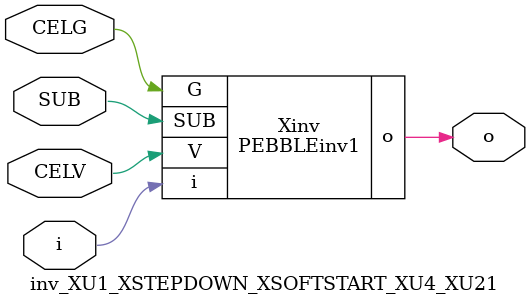
<source format=v>



module PEBBLEinv1 ( o, G, SUB, V, i );

  input V;
  input i;
  input G;
  output o;
  input SUB;
endmodule

//Celera Confidential Do Not Copy inv_XU1_XSTEPDOWN_XSOFTSTART_XU4_XU21
//Celera Confidential Symbol Generator
//5V Inverter
module inv_XU1_XSTEPDOWN_XSOFTSTART_XU4_XU21 (CELV,CELG,i,o,SUB);
input CELV;
input CELG;
input i;
input SUB;
output o;

//Celera Confidential Do Not Copy inv
PEBBLEinv1 Xinv(
.V (CELV),
.i (i),
.o (o),
.SUB (SUB),
.G (CELG)
);
//,diesize,PEBBLEinv1

//Celera Confidential Do Not Copy Module End
//Celera Schematic Generator
endmodule

</source>
